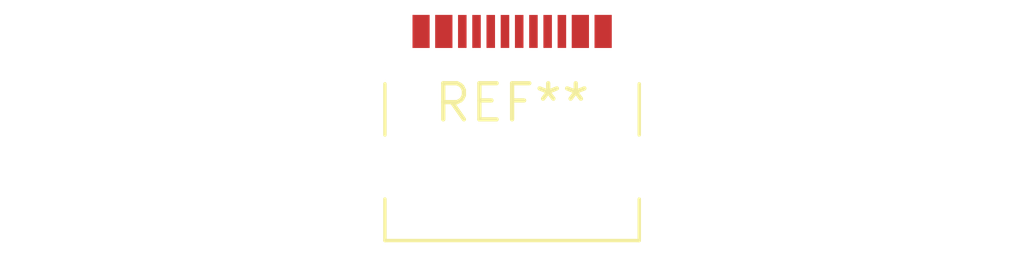
<source format=kicad_pcb>
(kicad_pcb (version 20240108) (generator pcbnew)
  (layers (0 "F.Cu" signal) (31 "B.Cu" signal) (34 "B.Paste" user) (35 "F.Paste" user) (36 "B.SilkS" user "B.Silkscreen") (37 "F.SilkS" user "F.Silkscreen") (38 "B.Mask" user) (39 "F.Mask" user) (44 "Edge.Cuts" user))
  (net 0 "")
  (footprint "USB_C_Receptacle_Palconn_UTC16-G" (layer "F.Cu") (at 0 0)
    (property "Reference" "REF**")
    (property "Value" "USB_C_Receptacle_Palconn_UTC16-G")
    (fp_line (start -4.47 -0.67) (end -4.47 1.13) (layer "F.SilkS") (stroke (width 0.12)))
    (fp_line (start -4.47 4.84) (end -4.47 3.38) (layer "F.SilkS") (stroke (width 0.12)))
    (fp_line (start 4.47 -0.67) (end 4.47 1.13) (layer "F.SilkS") (stroke (width 0.12)))
    (fp_line (start 4.47 4.84) (end -4.47 4.84) (layer "F.SilkS") (stroke (width 0.12)))
    (fp_line (start 4.47 4.84) (end 4.47 3.38) (layer "F.SilkS") (stroke (width 0.12)))
    (pad "" np_thru_hole circle (at -2.89 -1.45 180) (size 0.6 0.6) (drill 0.6) (layers *.Cu *.Mask))
    (pad "" np_thru_hole circle (at 2.89 -1.45 180) (size 0.6 0.6) (drill 0.6) (layers *.Cu *.Mask))
    (pad "A1" smd rect (at -3.2 -2.51) (size 0.6 1.16) (layers "F.Cu" "F.Paste" "F.Mask"))
    (pad "A4" smd rect (at -2.4 -2.51) (size 0.6 1.16) (layers "F.Cu" "F.Paste" "F.Mask"))
    (pad "A5" smd rect (at -1.25 -2.51 180) (size 0.3 1.16) (layers "F.Cu" "F.Paste" "F.Mask"))
    (pad "A6" smd rect (at -0.25 -2.51 180) (size 0.3 1.16) (layers "F.Cu" "F.Paste" "F.Mask"))
    (pad "A7" smd rect (at 0.25 -2.51 180) (size 0.3 1.16) (layers "F.Cu" "F.Paste" "F.Mask"))
    (pad "A8" smd rect (at 1.25 -2.51 180) (size 0.3 1.16) (layers "F.Cu" "F.Paste" "F.Mask"))
    (pad "A9" smd rect (at 2.4 -2.51) (size 0.6 1.16) (layers "F.Cu" "F.Paste" "F.Mask"))
    (pad "A12" smd rect (at 3.2 -2.51) (size 0.6 1.16) (layers "F.Cu" "F.Paste" "F.Mask"))
    (pad "B1" smd rect (at 3.2 -2.51) (size 0.6 1.16) (layers "F.Cu" "F.Paste" "F.Mask"))
    (pad "B4" smd rect (at 2.4 -2.51) (size 0.6 1.16) (layers "F.Cu" "F.Paste" "F.Mask"))
    (pad "B5" smd rect (at 1.75 -2.51 180) (size 0.3 1.16) (layers "F.Cu" "F.Paste" "F.Mask"))
    (pad "B6" smd rect (at 0.75 -2.51 180) (size 0.3 1.16) (layers "F.Cu" "F.Paste" "F.Mask"))
    (pad "B7" smd rect (at -0.75 -2.51 180) (size 0.3 1.16) (layers "F.Cu" "F.Paste" "F.Mask"))
    (pad "B8" smd rect (at -1.75 -2.51 180) (size 0.3 1.16) (layers "F.Cu" "F.Paste" "F.Mask"))
    (pad "B9" smd rect (at -2.4 -2.51) (size 0.6 1.16) (layers "F.Cu" "F.Paste" "F.Mask"))
    (pad "B12" smd rect (at -3.2 -2.51) (size 0.6 1.16) (layers "F.Cu" "F.Paste" "F.Mask"))
    (pad "S1" thru_hole oval (at -4.32 -1.93 90) (size 2 0.9) (drill oval 1.7 0.6) (layers *.Cu *.Mask) (remove_unused_layers))
    (pad "S1" thru_hole oval (at -4.32 2.24 90) (size 1.7 0.9) (drill oval 1.4 0.6) (layers *.Cu *.Mask) (remove_unused_layers))
    (pad "S1" thru_hole oval (at 4.32 -1.93 90) (size 2 0.9) (drill oval 1.7 0.6) (layers *.Cu *.Mask) (remove_unused_layers))
    (pad "S1" thru_hole oval (at 4.32 2.24 90) (size 1.7 0.9) (drill oval 1.4 0.6) (layers *.Cu *.Mask) (remove_unused_layers))
  )
)
</source>
